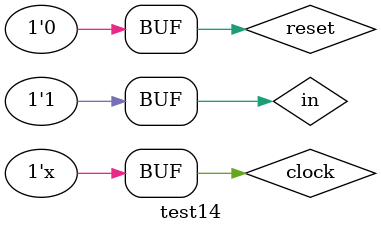
<source format=v>
module test14; 

reg clock, reset, in;
wire out;

  my_fsm U0 ( 
  .clock (clock),
  .reset (reset),
  .in    (in),
  .out  (out) 
  ); 
   
 
initial begin
  clock = 1;
  reset = 1;
  in = 0;
  $display("Starting simulation...");
  #2;
  reset = 0;
  #2;
  if (out !== 1'b0) $display("Failed 1"); 
  
  in = 1;
  #2;
  if (out !== 1'b0) $display("Failed 2");
  
  in = 1;  
  #2;
  if(out !== 1'b0) $display("Failed 3");
  
  in = 0;
  #2;
  if (out !== 1'b1) $display("Failed 4"); 
   
  in = 1;
  #2;
  if (out !== 1'b0) $display("Failed 5");
  
  #2;
  if (out !== 1'b0) $display("Failed 6");  
  $display("Done...");
end 
  

always begin
   #1 clock = !clock;
end
   
endmodule
</source>
